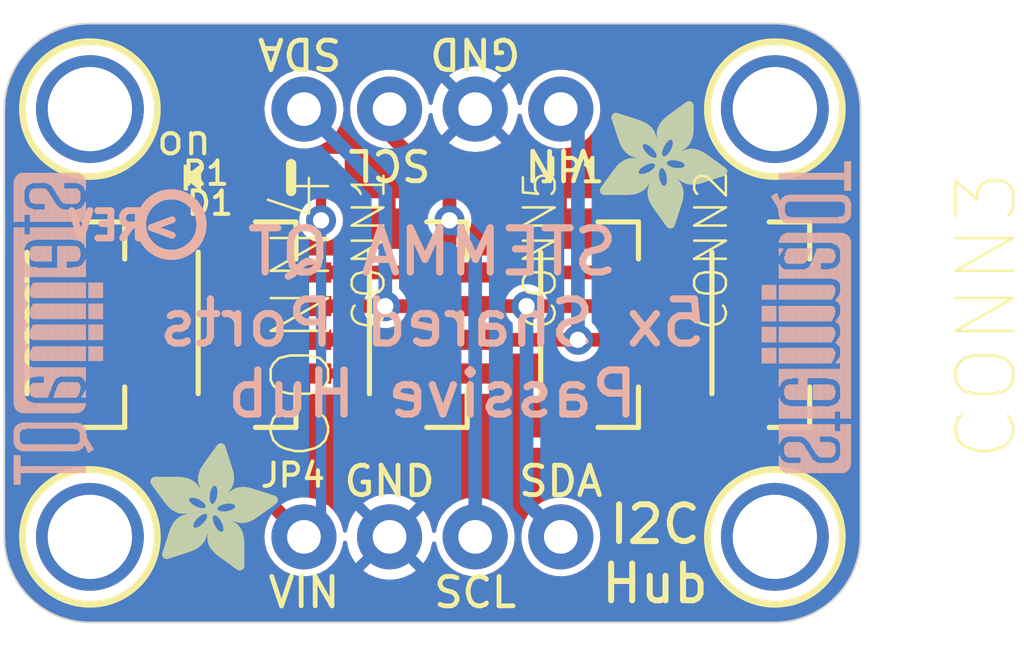
<source format=kicad_pcb>
(kicad_pcb (version 20211014) (generator pcbnew)
  (layers (0 "F.Cu" signal) (31 "B.Cu" signal) (34 "B.Paste" user) (35 "F.Paste" user) (36 "B.SilkS" user "B.Silkscreen") (37 "F.SilkS" user "F.Silkscreen") (38 "B.Mask" user) (39 "F.Mask" user) (44 "Edge.Cuts" user))
  (net 0 "")
  (net 1 "GND")
  (net 2 "SDA")
  (net 3 "SCL")
  (net 4 "VCC")
  (net 5 "N$1")
  (footprint "eagleBoard:JST_SH4_RA" (layer "F.Cu") (at 153.9621 105.0036 -90)
    (fp_text reference "CONN2" (at -4.6 -2.814 90) (layer "F.SilkS") (effects (font (size 0.941222 0.941222) (thickness 0.074778)) (justify right)))
    (fp_text value "STEMMA_I2C_QTRA")
    (pad "1" smd rect (at 1.5 -0.924 180) (size 1.55 0.6) (layers "F.Cu" "F.Paste" "F.Mask") (net 1 "GND"))
    (pad "2" smd rect (at 0.5 -0.924 180) (size 1.55 0.6) (layers "F.Cu" "F.Paste" "F.Mask") (net 4 "VCC"))
    (pad "3" smd rect (at -0.5 -0.924 180) (size 1.55 0.6) (layers "F.Cu" "F.Paste" "F.Mask") (net 2 "SDA"))
    (pad "4" smd rect (at -1.5 -0.924 180) (size 1.55 0.6) (layers "F.Cu" "F.Paste" "F.Mask") (net 3 "SCL"))
    (pad "MT1" smd rect (at -2.8 1.6242) (size 1.8 1.2) (layers "F.Cu" "F.Paste" "F.Mask") (net 1 "GND"))
    (pad "MT2" smd rect (at 2.8 1.6242) (size 1.8 1.2) (layers "F.Cu" "F.Paste" "F.Mask") (net 1 "GND"))
  )
  (footprint "eagleBoard:CHIPLED_0603_NOOUTLINE" (layer "F.Cu") (at 141.3891 100.6856 90)
    (fp_text reference "D1" (at -0.762 1.27) (layer "F.SilkS") (effects (font (size 0.692831 0.692831) (thickness 0.119969)) (justify right)))
    (fp_text value "GREEN")
    (pad "A" smd rect (at 0 0.75 90) (size 0.8 0.8) (layers "F.Cu" "F.Paste" "F.Mask") (net 5 "N$1"))
    (pad "C" smd rect (at 0 -0.75 90) (size 0.8 0.8) (layers "F.Cu" "F.Paste" "F.Mask") (net 1 "GND"))
  )
  (footprint "eagleBoard:FIDUCIAL_1MM" (layer "F.Cu") (at 140.8811 97.0026)
    (fp_text reference "FID4" hide)
    (fp_text value "FIDUCIAL_1MM" hide)
    (pad "1" smd roundrect (at 0 0) (size 1 1) (layers "F.Cu" "F.Mask") (roundrect_rratio 0.5))
  )
  (footprint "eagleBoard:MOUNTINGHOLE_2.5_PLATED" (layer "F.Cu") (at 158.6611 98.6536)
    (fp_text reference "U$17" hide)
    (fp_text value "MOUNTINGHOLE2.5" hide)
    (pad "P$1" thru_hole circle (at 0 0) (size 3.2 3.2) (drill 2.5) (layers *.Cu *.Mask))
    (zone (net 0) (net_name "") (layer "F.Cu") (connect_pads (clearance 0)) (min_thickness 0.254)
      (keepout (tracks not_allowed) (vias not_allowed) (pads not_allowed) (copperpour not_allowed) (footprints allowed))
      (fill (thermal_gap 0.508) (thermal_bridge_width 0.508))
      (polygon (pts (xy 160.6771 98.6536) (xy 160.646472 98.303525) (xy 160.55552 97.964087) (xy 160.407007 97.6456) (xy 160.205446 97.35774) (xy 159.95696 97.109254) (xy 159.6691 96.907693) (xy 159.350613 96.75918) (xy 159.011175 96.668228) (xy 158.6611 96.6376) (xy 158.311025 96.668228) (xy 157.971587 96.75918) (xy 157.6531 96.907693) (xy 157.36524 97.109254) (xy 157.116754 97.35774) (xy 156.915193 97.6456) (xy 156.76668 97.964087) (xy 156.675728 98.303525) (xy 156.6451 98.6536) (xy 156.675728 99.003675) (xy 156.76668 99.343113) (xy 156.915193 99.6616) (xy 157.116754 99.94946) (xy 157.36524 100.197946) (xy 157.6531 100.399507) (xy 157.971587 100.54802) (xy 158.311025 100.638972) (xy 158.6611 100.6696) (xy 159.011175 100.638972) (xy 159.350613 100.54802) (xy 159.6691 100.399507) (xy 159.95696 100.197946) (xy 160.205446 99.94946) (xy 160.407007 99.6616) (xy 160.55552 99.343113) (xy 160.646472 99.003675)))
      (polygon (pts (xy 158.6451 98.6536) (xy 158.645343 98.656378) (xy 158.646065 98.659072) (xy 158.647244 98.6616) (xy 158.648843 98.663885) (xy 158.650815 98.665857) (xy 158.6531 98.667456) (xy 158.655628 98.668635) (xy 158.658322 98.669357) (xy 158.6611 98.6696) (xy 158.663878 98.669357) (xy 158.666572 98.668635) (xy 158.6691 98.667456) (xy 158.671385 98.665857) (xy 158.673357 98.663885) (xy 158.674956 98.6616) (xy 158.676135 98.659072) (xy 158.676857 98.656378) (xy 158.6771 98.6536) (xy 158.676857 98.650822) (xy 158.676135 98.648128) (xy 158.674956 98.6456) (xy 158.673357 98.643315) (xy 158.671385 98.641343) (xy 158.6691 98.639744) (xy 158.666572 98.638565) (xy 158.663878 98.637843) (xy 158.6611 98.6376) (xy 158.658322 98.637843) (xy 158.655628 98.638565) (xy 158.6531 98.639744) (xy 158.650815 98.641343) (xy 158.648843 98.643315) (xy 158.647244 98.6456) (xy 158.646065 98.648128) (xy 158.645343 98.650822)))
    )
    (zone (net 0) (net_name "") (layer "B.Cu") (connect_pads (clearance 0)) (min_thickness 0.254)
      (keepout (tracks not_allowed) (vias not_allowed) (pads not_allowed) (copperpour not_allowed) (footprints allowed))
      (fill (thermal_gap 0.508) (thermal_bridge_width 0.508))
      (polygon (pts (xy 160.6771 98.6536) (xy 160.646472 98.303525) (xy 160.55552 97.964087) (xy 160.407007 97.6456) (xy 160.205446 97.35774) (xy 159.95696 97.109254) (xy 159.6691 96.907693) (xy 159.350613 96.75918) (xy 159.011175 96.668228) (xy 158.6611 96.6376) (xy 158.311025 96.668228) (xy 157.971587 96.75918) (xy 157.6531 96.907693) (xy 157.36524 97.109254) (xy 157.116754 97.35774) (xy 156.915193 97.6456) (xy 156.76668 97.964087) (xy 156.675728 98.303525) (xy 156.6451 98.6536) (xy 156.675728 99.003675) (xy 156.76668 99.343113) (xy 156.915193 99.6616) (xy 157.116754 99.94946) (xy 157.36524 100.197946) (xy 157.6531 100.399507) (xy 157.971587 100.54802) (xy 158.311025 100.638972) (xy 158.6611 100.6696) (xy 159.011175 100.638972) (xy 159.350613 100.54802) (xy 159.6691 100.399507) (xy 159.95696 100.197946) (xy 160.205446 99.94946) (xy 160.407007 99.6616) (xy 160.55552 99.343113) (xy 160.646472 99.003675)))
      (polygon (pts (xy 158.6451 98.6536) (xy 158.645343 98.656378) (xy 158.646065 98.659072) (xy 158.647244 98.6616) (xy 158.648843 98.663885) (xy 158.650815 98.665857) (xy 158.6531 98.667456) (xy 158.655628 98.668635) (xy 158.658322 98.669357) (xy 158.6611 98.6696) (xy 158.663878 98.669357) (xy 158.666572 98.668635) (xy 158.6691 98.667456) (xy 158.671385 98.665857) (xy 158.673357 98.663885) (xy 158.674956 98.6616) (xy 158.676135 98.659072) (xy 158.676857 98.656378) (xy 158.6771 98.6536) (xy 158.676857 98.650822) (xy 158.676135 98.648128) (xy 158.674956 98.6456) (xy 158.673357 98.643315) (xy 158.671385 98.641343) (xy 158.6691 98.639744) (xy 158.666572 98.638565) (xy 158.663878 98.637843) (xy 158.6611 98.6376) (xy 158.658322 98.637843) (xy 158.655628 98.638565) (xy 158.6531 98.639744) (xy 158.650815 98.641343) (xy 158.648843 98.643315) (xy 158.647244 98.6456) (xy 158.646065 98.648128) (xy 158.645343 98.650822)))
    )
  )
  (footprint "eagleBoard:JST_SH4_RA" (layer "F.Cu") (at 159.0421 105.0036 -90)
    (fp_text reference "CONN3" (at -4.6 -5.9 90) (layer "F.SilkS") (effects (font (size 1.703222 1.703222) (thickness 0.074778)) (justify right)))
    (fp_text value "STEMMA_I2C_QTRA" hide)
    (pad "1" smd rect (at 1.5 -0.924 180) (size 1.55 0.6) (layers "F.Cu" "F.Paste" "F.Mask") (net 1 "GND"))
    (pad "2" smd rect (at 0.5 -0.924 180) (size 1.55 0.6) (layers "F.Cu" "F.Paste" "F.Mask") (net 4 "VCC"))
    (pad "3" smd rect (at -0.5 -0.924 180) (size 1.55 0.6) (layers "F.Cu" "F.Paste" "F.Mask") (net 2 "SDA"))
    (pad "4" smd rect (at -1.5 -0.924 180) (size 1.55 0.6) (layers "F.Cu" "F.Paste" "F.Mask") (net 3 "SCL"))
    (pad "MT1" smd rect (at -2.8 1.6242) (size 1.8 1.2) (layers "F.Cu" "F.Paste" "F.Mask") (net 1 "GND"))
    (pad "MT2" smd rect (at 2.8 1.6242) (size 1.8 1.2) (layers "F.Cu" "F.Paste" "F.Mask") (net 1 "GND"))
  )
  (footprint "eagleBoard:ADAFRUIT_3.5MM" (layer "F.Cu") (at 153.4541 98.3996 -90)
    (fp_text reference "U$3" hide)
    (fp_text value "" hide)
  )
  (footprint "eagleBoard:MOUNTINGHOLE_2.5_PLATED" (layer "F.Cu") (at 158.6611 111.3536)
    (fp_text reference "U$21" hide)
    (fp_text value "MOUNTINGHOLE2.5" hide)
    (pad "P$1" thru_hole circle (at 0 0) (size 3.2 3.2) (drill 2.5) (layers *.Cu *.Mask))
    (zone (net 0) (net_name "") (layer "F.Cu") (connect_pads (clearance 0)) (min_thickness 0.254)
      (keepout (tracks not_allowed) (vias not_allowed) (pads not_allowed) (copperpour not_allowed) (footprints allowed))
      (fill (thermal_gap 0.508) (thermal_bridge_width 0.508))
      (polygon (pts (xy 160.6771 111.3536) (xy 160.646472 111.003525) (xy 160.55552 110.664087) (xy 160.407007 110.3456) (xy 160.205446 110.05774) (xy 159.95696 109.809254) (xy 159.6691 109.607693) (xy 159.350613 109.45918) (xy 159.011175 109.368228) (xy 158.6611 109.3376) (xy 158.311025 109.368228) (xy 157.971587 109.45918) (xy 157.6531 109.607693) (xy 157.36524 109.809254) (xy 157.116754 110.05774) (xy 156.915193 110.3456) (xy 156.76668 110.664087) (xy 156.675728 111.003525) (xy 156.6451 111.3536) (xy 156.675728 111.703675) (xy 156.76668 112.043113) (xy 156.915193 112.3616) (xy 157.116754 112.64946) (xy 157.36524 112.897946) (xy 157.6531 113.099507) (xy 157.971587 113.24802) (xy 158.311025 113.338972) (xy 158.6611 113.3696) (xy 159.011175 113.338972) (xy 159.350613 113.24802) (xy 159.6691 113.099507) (xy 159.95696 112.897946) (xy 160.205446 112.64946) (xy 160.407007 112.3616) (xy 160.55552 112.043113) (xy 160.646472 111.703675)))
      (polygon (pts (xy 158.6451 111.3536) (xy 158.645343 111.356378) (xy 158.646065 111.359072) (xy 158.647244 111.3616) (xy 158.648843 111.363885) (xy 158.650815 111.365857) (xy 158.6531 111.367456) (xy 158.655628 111.368635) (xy 158.658322 111.369357) (xy 158.6611 111.3696) (xy 158.663878 111.369357) (xy 158.666572 111.368635) (xy 158.6691 111.367456) (xy 158.671385 111.365857) (xy 158.673357 111.363885) (xy 158.674956 111.3616) (xy 158.676135 111.359072) (xy 158.676857 111.356378) (xy 158.6771 111.3536) (xy 158.676857 111.350822) (xy 158.676135 111.348128) (xy 158.674956 111.3456) (xy 158.673357 111.343315) (xy 158.671385 111.341343) (xy 158.6691 111.339744) (xy 158.666572 111.338565) (xy 158.663878 111.337843) (xy 158.6611 111.3376) (xy 158.658322 111.337843) (xy 158.655628 111.338565) (xy 158.6531 111.339744) (xy 158.650815 111.341343) (xy 158.648843 111.343315) (xy 158.647244 111.3456) (xy 158.646065 111.348128) (xy 158.645343 111.350822)))
    )
    (zone (net 0) (net_name "") (layer "B.Cu") (connect_pads (clearance 0)) (min_thickness 0.254)
      (keepout (tracks not_allowed) (vias not_allowed) (pads not_allowed) (copperpour not_allowed) (footprints allowed))
      (fill (thermal_gap 0.508) (thermal_bridge_width 0.508))
      (polygon (pts (xy 160.6771 111.3536) (xy 160.646472 111.003525) (xy 160.55552 110.664087) (xy 160.407007 110.3456) (xy 160.205446 110.05774) (xy 159.95696 109.809254) (xy 159.6691 109.607693) (xy 159.350613 109.45918) (xy 159.011175 109.368228) (xy 158.6611 109.3376) (xy 158.311025 109.368228) (xy 157.971587 109.45918) (xy 157.6531 109.607693) (xy 157.36524 109.809254) (xy 157.116754 110.05774) (xy 156.915193 110.3456) (xy 156.76668 110.664087) (xy 156.675728 111.003525) (xy 156.6451 111.3536) (xy 156.675728 111.703675) (xy 156.76668 112.043113) (xy 156.915193 112.3616) (xy 157.116754 112.64946) (xy 157.36524 112.897946) (xy 157.6531 113.099507) (xy 157.971587 113.24802) (xy 158.311025 113.338972) (xy 158.6611 113.3696) (xy 159.011175 113.338972) (xy 159.350613 113.24802) (xy 159.6691 113.099507) (xy 159.95696 112.897946) (xy 160.205446 112.64946) (xy 160.407007 112.3616) (xy 160.55552 112.043113) (xy 160.646472 111.703675)))
      (polygon (pts (xy 158.6451 111.3536) (xy 158.645343 111.356378) (xy 158.646065 111.359072) (xy 158.647244 111.3616) (xy 158.648843 111.363885) (xy 158.650815 111.365857) (xy 158.6531 111.367456) (xy 158.655628 111.368635) (xy 158.658322 111.369357) (xy 158.6611 111.3696) (xy 158.663878 111.369357) (xy 158.666572 111.368635) (xy 158.6691 111.367456) (xy 158.671385 111.365857) (xy 158.673357 111.363885) (xy 158.674956 111.3616) (xy 158.676135 111.359072) (xy 158.676857 111.356378) (xy 158.6771 111.3536) (xy 158.676857 111.350822) (xy 158.676135 111.348128) (xy 158.674956 111.3456) (xy 158.673357 111.343315) (xy 158.671385 111.341343) (xy 158.6691 111.339744) (xy 158.666572 111.338565) (xy 158.663878 111.337843) (xy 158.6611 111.3376) (xy 158.658322 111.337843) (xy 158.655628 111.338565) (xy 158.6531 111.339744) (xy 158.650815 111.341343) (xy 158.648843 111.343315) (xy 158.647244 111.3456) (xy 158.646065 111.348128) (xy 158.645343 111.350822)))
    )
  )
  (footprint "eagleBoard:1X04_ROUND_76" (layer "F.Cu") (at 148.5011 98.6536 180)
    (fp_text reference "JP1" (at -5.1562 -1.8288) (layer "F.SilkS") (effects (font (size 0.692831 0.692831) (thickness 0.119969)) (justify right)))
    (fp_text value "")
    (pad "1" thru_hole circle (at -3.81 0 270) (size 1.9304 1.9304) (drill 1) (layers *.Cu *.Mask) (net 4 "VCC"))
    (pad "2" thru_hole circle (at -1.27 0 270) (size 1.9304 1.9304) (drill 1) (layers *.Cu *.Mask) (net 1 "GND"))
    (pad "3" thru_hole circle (at 1.27 0 270) (size 1.9304 1.9304) (drill 1) (layers *.Cu *.Mask) (net 3 "SCL"))
    (pad "4" thru_hole circle (at 3.81 0 270) (size 1.9304 1.9304) (drill 1) (layers *.Cu *.Mask) (net 2 "SDA"))
  )
  (footprint "eagleBoard:JST_SH4_RA" (layer "F.Cu") (at 143.8021 105.0036 -90)
    (fp_text reference "CONN1" (at -4.6 -2.814 90) (layer "F.SilkS") (effects (font (size 0.941222 0.941222) (thickness 0.074778)) (justify right)))
    (fp_text value "STEMMA_I2C_QTRA")
    (pad "1" smd rect (at 1.5 -0.924 180) (size 1.55 0.6) (layers "F.Cu" "F.Paste" "F.Mask") (net 1 "GND"))
    (pad "2" smd rect (at 0.5 -0.924 180) (size 1.55 0.6) (layers "F.Cu" "F.Paste" "F.Mask") (net 4 "VCC"))
    (pad "3" smd rect (at -0.5 -0.924 180) (size 1.55 0.6) (layers "F.Cu" "F.Paste" "F.Mask") (net 2 "SDA"))
    (pad "4" smd rect (at -1.5 -0.924 180) (size 1.55 0.6) (layers "F.Cu" "F.Paste" "F.Mask") (net 3 "SCL"))
    (pad "MT1" smd rect (at -2.8 1.6242) (size 1.8 1.2) (layers "F.Cu" "F.Paste" "F.Mask") (net 1 "GND"))
    (pad "MT2" smd rect (at 2.8 1.6242) (size 1.8 1.2) (layers "F.Cu" "F.Paste" "F.Mask") (net 1 "GND"))
  )
  (footprint "eagleBoard:FIDUCIAL_1MM" (layer "F.Cu") (at 155.2321 109.0676)
    (fp_text reference "FID3" hide)
    (fp_text value "FIDUCIAL_1MM" hide)
    (pad "1" smd roundrect (at 0 0) (size 1 1) (layers "F.Cu" "F.Mask") (roundrect_rratio 0.5))
  )
  (footprint "eagleBoard:ADAFRUIT_3.5MM" (layer "F.Cu") (at 140.1191 112.3696)
    (fp_text reference "U$2" hide)
    (fp_text value "" hide)
  )
  (footprint "eagleBoard:MOUNTINGHOLE_2.5_PLATED" (layer "F.Cu") (at 138.3411 111.3536)
    (fp_text reference "U$19" hide)
    (fp_text value "MOUNTINGHOLE2.5" hide)
    (pad "P$1" thru_hole circle (at 0 0) (size 3.2 3.2) (drill 2.5) (layers *.Cu *.Mask))
    (zone (net 0) (net_name "") (layer "F.Cu") (connect_pads (clearance 0)) (min_thickness 0.254)
      (keepout (tracks not_allowed) (vias not_allowed) (pads not_allowed) (copperpour not_allowed) (footprints allowed))
      (fill (thermal_gap 0.508) (thermal_bridge_width 0.508))
      (polygon (pts (xy 140.3571 111.3536) (xy 140.326472 111.003525) (xy 140.23552 110.664087) (xy 140.087007 110.3456) (xy 139.885446 110.05774) (xy 139.63696 109.809254) (xy 139.3491 109.607693) (xy 139.030613 109.45918) (xy 138.691175 109.368228) (xy 138.3411 109.3376) (xy 137.991025 109.368228) (xy 137.651587 109.45918) (xy 137.3331 109.607693) (xy 137.04524 109.809254) (xy 136.796754 110.05774) (xy 136.595193 110.3456) (xy 136.44668 110.664087) (xy 136.355728 111.003525) (xy 136.3251 111.3536) (xy 136.355728 111.703675) (xy 136.44668 112.043113) (xy 136.595193 112.3616) (xy 136.796754 112.64946) (xy 137.04524 112.897946) (xy 137.3331 113.099507) (xy 137.651587 113.24802) (xy 137.991025 113.338972) (xy 138.3411 113.3696) (xy 138.691175 113.338972) (xy 139.030613 113.24802) (xy 139.3491 113.099507) (xy 139.63696 112.897946) (xy 139.885446 112.64946) (xy 140.087007 112.3616) (xy 140.23552 112.043113) (xy 140.326472 111.703675)))
      (polygon (pts (xy 138.3251 111.3536) (xy 138.325343 111.356378) (xy 138.326065 111.359072) (xy 138.327244 111.3616) (xy 138.328843 111.363885) (xy 138.330815 111.365857) (xy 138.3331 111.367456) (xy 138.335628 111.368635) (xy 138.338322 111.369357) (xy 138.3411 111.3696) (xy 138.343878 111.369357) (xy 138.346572 111.368635) (xy 138.3491 111.367456) (xy 138.351385 111.365857) (xy 138.353357 111.363885) (xy 138.354956 111.3616) (xy 138.356135 111.359072) (xy 138.356857 111.356378) (xy 138.3571 111.3536) (xy 138.356857 111.350822) (xy 138.356135 111.348128) (xy 138.354956 111.3456) (xy 138.353357 111.343315) (xy 138.351385 111.341343) (xy 138.3491 111.339744) (xy 138.346572 111.338565) (xy 138.343878 111.337843) (xy 138.3411 111.3376) (xy 138.338322 111.337843) (xy 138.335628 111.338565) (xy 138.3331 111.339744) (xy 138.330815 111.341343) (xy 138.328843 111.343315) (xy 138.327244 111.3456) (xy 138.326065 111.348128) (xy 138.325343 111.350822)))
    )
    (zone (net 0) (net_name "") (layer "B.Cu") (connect_pads (clearance 0)) (min_thickness 0.254)
      (keepout (tracks not_allowed) (vias not_allowed) (pads not_allowed) (copperpour not_allowed) (footprints allowed))
      (fill (thermal_gap 0.508) (thermal_bridge_width 0.508))
      (polygon (pts (xy 140.3571 111.3536) (xy 140.326472 111.003525) (xy 140.23552 110.664087) (xy 140.087007 110.3456) (xy 139.885446 110.05774) (xy 139.63696 109.809254) (xy 139.3491 109.607693) (xy 139.030613 109.45918) (xy 138.691175 109.368228) (xy 138.3411 109.3376) (xy 137.991025 109.368228) (xy 137.651587 109.45918) (xy 137.3331 109.607693) (xy 137.04524 109.809254) (xy 136.796754 110.05774) (xy 136.595193 110.3456) (xy 136.44668 110.664087) (xy 136.355728 111.003525) (xy 136.3251 111.3536) (xy 136.355728 111.703675) (xy 136.44668 112.043113) (xy 136.595193 112.3616) (xy 136.796754 112.64946) (xy 137.04524 112.897946) (xy 137.3331 113.099507) (xy 137.651587 113.24802) (xy 137.991025 113.338972) (xy 138.3411 113.3696) (xy 138.691175 113.338972) (xy 139.030613 113.24802) (xy 139.3491 113.099507) (xy 139.63696 112.897946) (xy 139.885446 112.64946) (xy 140.087007 112.3616) (xy 140.23552 112.043113) (xy 140.326472 111.703675)))
      (polygon (pts (xy 138.3251 111.3536) (xy 138.325343 111.356378) (xy 138.326065 111.359072) (xy 138.327244 111.3616) (xy 138.328843 111.363885) (xy 138.330815 111.365857) (xy 138.3331 111.367456) (xy 138.335628 111.368635) (xy 138.338322 111.369357) (xy 138.3411 111.3696) (xy 138.343878 111.369357) (xy 138.346572 111.368635) (xy 138.3491 111.367456) (xy 138.351385 111.365857) (xy 138.353357 111.363885) (xy 138.354956 111.3616) (xy 138.356135 111.359072) (xy 138.356857 111.356378) (xy 138.3571 111.3536) (xy 138.356857 111.350822) (xy 138.356135 111.348128) (xy 138.354956 111.3456) (xy 138.353357 111.343315) (xy 138.351385 111.341343) (xy 138.3491 111.339744) (xy 138.346572 111.338565) (xy 138.343878 111.337843) (xy 138.3411 111.3376) (xy 138.338322 111.337843) (xy 138.335628 111.338565) (xy 138.3331 111.339744) (xy 138.330815 111.341343) (xy 138.328843 111.343315) (xy 138.327244 111.3456) (xy 138.326065 111.348128) (xy 138.325343 111.350822)))
    )
  )
  (footprint "eagleBoard:0603-NO" (layer "F.Cu") (at 144.3101 100.6856 180)
    (fp_text reference "R1" (at 1.778 0.127) (layer "F.SilkS") (effects (font (size 0.692831 0.692831) (thickness 0.119969)) (justify right)))
    (fp_text value "10K")
    (pad "1" smd rect (at -0.85 0 180) (size 1.075 1) (layers "F.Cu" "F.Paste" "F.Mask") (net 4 "VCC"))
    (pad "2" smd rect (at 0.85 0 180) (size 1.075 1) (layers "F.Cu" "F.Paste" "F.Mask") (net 5 "N$1"))
  )
  (footprint "eagleBoard:JST_SH4_RA" (layer "F.Cu") (at 138.7221 105.0036 -90)
    (fp_text reference "CONN4" (at -4.6 -5.9 90) (layer "F.SilkS") (effects (font (size 1.703222 1.703222) (thickness 0.074778)) (justify right)))
    (fp_text value "STEMMA_I2C_QTRA" hide)
    (pad "1" smd rect (at 1.5 -0.924 180) (size 1.55 0.6) (layers "F.Cu" "F.Paste" "F.Mask") (net 1 "GND"))
    (pad "2" smd rect (at 0.5 -0.924 180) (size 1.55 0.6) (layers "F.Cu" "F.Paste" "F.Mask") (net 4 "VCC"))
    (pad "3" smd rect (at -0.5 -0.924 180) (size 1.55 0.6) (layers "F.Cu" "F.Paste" "F.Mask") (net 2 "SDA"))
    (pad "4" smd rect (at -1.5 -0.924 180) (size 1.55 0.6) (layers "F.Cu" "F.Paste" "F.Mask") (net 3 "SCL"))
    (pad "MT1" smd rect (at -2.8 1.6242) (size 1.8 1.2) (layers "F.Cu" "F.Paste" "F.Mask") (net 1 "GND"))
    (pad "MT2" smd rect (at 2.8 1.6242) (size 1.8 1.2) (layers "F.Cu" "F.Paste" "F.Mask") (net 1 "GND"))
  )
  (footprint "eagleBoard:JST_SH4_RA" (layer "F.Cu") (at 148.8821 105.0036 -90)
    (fp_text reference "CONN5" (at -4.6 -2.814 90) (layer "F.SilkS") (effects (font (size 0.941222 0.941222) (thickness 0.074778)) (justify right)))
    (fp_text value "STEMMA_I2C_QTRA")
    (pad "1" smd rect (at 1.5 -0.924 180) (size 1.55 0.6) (layers "F.Cu" "F.Paste" "F.Mask") (net 1 "GND"))
    (pad "2" smd rect (at 0.5 -0.924 180) (size 1.55 0.6) (layers "F.Cu" "F.Paste" "F.Mask") (net 4 "VCC"))
    (pad "3" smd rect (at -0.5 -0.924 180) (size 1.55 0.6) (layers "F.Cu" "F.Paste" "F.Mask") (net 2 "SDA"))
    (pad "4" smd rect (at -1.5 -0.924 180) (size 1.55 0.6) (layers "F.Cu" "F.Paste" "F.Mask") (net 3 "SCL"))
    (pad "MT1" smd rect (at -2.8 1.6242) (size 1.8 1.2) (layers "F.Cu" "F.Paste" "F.Mask") (net 1 "GND"))
    (pad "MT2" smd rect (at 2.8 1.6242) (size 1.8 1.2) (layers "F.Cu" "F.Paste" "F.Mask") (net 1 "GND"))
  )
  (footprint "eagleBoard:MOUNTINGHOLE_2.5_PLATED" (layer "F.Cu") (at 138.3411 98.6536)
    (fp_text reference "U$1" hide)
    (fp_text value "MOUNTINGHOLE2.5" hide)
    (pad "P$1" thru_hole circle (at 0 0) (size 3.2 3.2) (drill 2.5) (layers *.Cu *.Mask))
    (zone (net 0) (net_name "") (layer "F.Cu") (connect_pads (clearance 0)) (min_thickness 0.254)
      (keepout (tracks not_allowed) (vias not_allowed) (pads not_allowed) (copperpour not_allowed) (footprints allowed))
      (fill (thermal_gap 0.508) (thermal_bridge_width 0.508))
      (polygon (pts (xy 140.3571 98.6536) (xy 140.326472 98.303525) (xy 140.23552 97.964087) (xy 140.087007 97.6456) (xy 139.885446 97.35774) (xy 139.63696 97.109254) (xy 139.3491 96.907693) (xy 139.030613 96.75918) (xy 138.691175 96.668228) (xy 138.3411 96.6376) (xy 137.991025 96.668228) (xy 137.651587 96.75918) (xy 137.3331 96.907693) (xy 137.04524 97.109254) (xy 136.796754 97.35774) (xy 136.595193 97.6456) (xy 136.44668 97.964087) (xy 136.355728 98.303525) (xy 136.3251 98.6536) (xy 136.355728 99.003675) (xy 136.44668 99.343113) (xy 136.595193 99.6616) (xy 136.796754 99.94946) (xy 137.04524 100.197946) (xy 137.3331 100.399507) (xy 137.651587 100.54802) (xy 137.991025 100.638972) (xy 138.3411 100.6696) (xy 138.691175 100.638972) (xy 139.030613 100.54802) (xy 139.3491 100.399507) (xy 139.63696 100.197946) (xy 139.885446 99.94946) (xy 140.087007 99.6616) (xy 140.23552 99.343113) (xy 140.326472 99.003675)))
      (polygon (pts (xy 138.3251 98.6536) (xy 138.325343 98.656378) (xy 138.326065 98.659072) (xy 138.327244 98.6616) (xy 138.328843 98.663885) (xy 138.330815 98.665857) (xy 138.3331 98.667456) (xy 138.335628 98.668635) (xy 138.338322 98.669357) (xy 138.3411 98.6696) (xy 138.343878 98.669357) (xy 138.346572 98.668635) (xy 138.3491 98.667456) (xy 138.351385 98.665857) (xy 138.353357 98.663885) (xy 138.354956 98.6616) (xy 138.356135 98.659072) (xy 138.356857 98.656378) (xy 138.3571 98.6536) (xy 138.356857 98.650822) (xy 138.356135 98.648128) (xy 138.354956 98.6456) (xy 138.353357 98.643315) (xy 138.351385 98.641343) (xy 138.3491 98.639744) (xy 138.346572 98.638565) (xy 138.343878 98.637843) (xy 138.3411 98.6376) (xy 138.338322 98.637843) (xy 138.335628 98.638565) (xy 138.3331 98.639744) (xy 138.330815 98.641343) (xy 138.328843 98.643315) (xy 138.327244 98.6456) (xy 138.326065 98.648128) (xy 138.325343 98.650822)))
    )
    (zone (net 0) (net_name "") (layer "B.Cu") (connect_pads (clearance 0)) (min_thickness 0.254)
      (keepout (tracks not_allowed) (vias not_allowed) (pads not_allowed) (copperpour not_allowed) (footprints allowed))
      (fill (thermal_gap 0.508) (thermal_bridge_width 0.508))
      (polygon (pts (xy 140.3571 98.6536) (xy 140.326472 98.303525) (xy 140.23552 97.964087) (xy 140.087007 97.6456) (xy 139.885446 97.35774) (xy 139.63696 97.109254) (xy 139.3491 96.907693) (xy 139.030613 96.75918) (xy 138.691175 96.668228) (xy 138.3411 96.6376) (xy 137.991025 96.668228) (xy 137.651587 96.75918) (xy 137.3331 96.907693) (xy 137.04524 97.109254) (xy 136.796754 97.35774) (xy 136.595193 97.6456) (xy 136.44668 97.964087) (xy 136.355728 98.303525) (xy 136.3251 98.6536) (xy 136.355728 99.003675) (xy 136.44668 99.343113) (xy 136.595193 99.6616) (xy 136.796754 99.94946) (xy 137.04524 100.197946) (xy 137.3331 100.399507) (xy 137.651587 100.54802) (xy 137.991025 100.638972) (xy 138.3411 100.6696) (xy 138.691175 100.638972) (xy 139.030613 100.54802) (xy 139.3491 100.399507) (xy 139.63696 100.197946) (xy 139.885446 99.94946) (xy 140.087007 99.6616) (xy 140.23552 99.343113) (xy 140.326472 99.003675)))
      (polygon (pts (xy 138.3251 98.6536) (xy 138.325343 98.656378) (xy 138.326065 98.659072) (xy 138.327244 98.6616) (xy 138.328843 98.663885) (xy 138.330815 98.665857) (xy 138.3331 98.667456) (xy 138.335628 98.668635) (xy 138.338322 98.669357) (xy 138.3411 98.6696) (xy 138.343878 98.669357) (xy 138.346572 98.668635) (xy 138.3491 98.667456) (xy 138.351385 98.665857) (xy 138.353357 98.663885) (xy 138.354956 98.6616) (xy 138.356135 98.659072) (xy 138.356857 98.656378) (xy 138.3571 98.6536) (xy 138.356857 98.650822) (xy 138.356135 98.648128) (xy 138.354956 98.6456) (xy 138.353357 98.643315) (xy 138.351385 98.641343) (xy 138.3491 98.639744) (xy 138.346572 98.638565) (xy 138.343878 98.637843) (xy 138.3411 98.6376) (xy 138.338322 98.637843) (xy 138.335628 98.638565) (xy 138.3331 98.639744) (xy 138.330815 98.641343) (xy 138.328843 98.643315) (xy 138.327244 98.6456) (xy 138.326065 98.648128) (xy 138.325343 98.650822)))
    )
  )
  (footprint "eagleBoard:1X04_ROUND_76" (layer "F.Cu") (at 148.5011 111.3536)
    (fp_text reference "JP4" (at -5.1562 -1.8288) (layer "F.SilkS") (effects (font (size 0.692831 0.692831) (thickness 0.119969)) (justify left)))
    (fp_text value "")
    (pad "1" thru_hole circle (at -3.81 0 90) (size 1.9304 1.9304) (drill 1) (layers *.Cu *.Mask) (net 4 "VCC"))
    (pad "2" thru_hole circle (at -1.27 0 90) (size 1.9304 1.9304) (drill 1) (layers *.Cu *.Mask) (net 1 "GND"))
    (pad "3" thru_hole circle (at 1.27 0 90) (size 1.9304 1.9304) (drill 1) (layers *.Cu *.Mask) (net 3 "SCL"))
    (pad "4" thru_hole circle (at 3.81 0 90) (size 1.9304 1.9304) (drill 1) (layers *.Cu *.Mask) (net 2 "SDA"))
  )
  (footprint "eagleBoard:STEMMAQT" (layer "B.Cu") (at 158.2801 109.4486 90)
    (fp_text reference "U$30" hide)
    (fp_text value "" hide)
  )
  (footprint "eagleBoard:PCBFEAT-REV-040" (layer "B.Cu") (at 140.7541 102.0826 180)
    (fp_text reference "U$25" hide)
    (fp_text value "" hide)
    (fp_text user ">REV" (at -0.3556 -0.508) (layer "B.SilkS") (effects (font (size 0.8128 0.8128) (thickness 0.2032)) (justify left bottom mirror)))
  )
  (footprint "eagleBoard:STEMMAQT" (layer "B.Cu") (at 138.7221 100.5586 -90)
    (fp_text reference "U$31" hide)
    (fp_text value "" hide)
  )
  (gr_arc (start 161.2011 111.3536) (mid 160.457151 113.149651) (end 158.6611 113.8936) (layer "Edge.Cuts") (width 0.05))
  (gr_line (start 138.3411 113.8936) (end 158.6611 113.8936) (layer "Edge.Cuts") (width 0.05))
  (gr_arc (start 138.3411 113.8936) (mid 136.545049 113.149651) (end 135.8011 111.3536) (layer "Edge.Cuts") (width 0.05))
  (gr_arc (start 158.6611 96.1136) (mid 160.457151 96.857549) (end 161.2011 98.6536) (layer "Edge.Cuts") (width 0.05))
  (gr_line (start 135.8011 98.6536) (end 135.8011 111.3536) (layer "Edge.Cuts") (width 0.05))
  (gr_line (start 158.6611 96.1136) (end 138.3411 96.1136) (layer "Edge.Cuts") (width 0.05))
  (gr_line (start 161.2011 111.3536) (end 161.2011 98.6536) (layer "Edge.Cuts") (width 0.05))
  (gr_arc (start 135.8011 98.6536) (mid 136.545049 96.857549) (end 138.3411 96.1136) (layer "Edge.Cuts") (width 0.05))
  (gr_text "STEMMA QT\n5x Shared Ports\nPassive Hub" (at 148.5011 105.0036) (layer "B.SilkS") (effects (font (size 1.31064 1.31064) (thickness 0.21336)) (justify mirror)))
  (gr_text "SDA" (at 144.5641 97.0026 180) (layer "F.SilkS") (effects (font (size 0.87376 0.87376) (thickness 0.14224))))
  (gr_text "SDA" (at 152.3111 109.7026) (layer "F.SilkS") (effects (font (size 0.87376 0.87376) (thickness 0.14224))))
  (gr_text "on" (at 142.0241 99.0346) (layer "F.SilkS") (effects (font (size 0.89408 0.89408) (thickness 0.12192)) (justify right top)))
  (gr_text "VIN" (at 144.6911 113.0046) (layer "F.SilkS") (effects (font (size 0.87376 0.87376) (thickness 0.14224))))
  (gr_text "SCL" (at 147.2311 100.3046 180) (layer "F.SilkS") (effects (font (size 0.87376 0.87376) (thickness 0.14224))))
  (gr_text "I2C\nHub" (at 155.1051 111.8616) (layer "F.SilkS") (effects (font (size 1.0922 1.0922) (thickness 0.1778))))
  (gr_text "VIN" (at 152.3111 100.3046 180) (layer "F.SilkS") (effects (font (size 0.87376 0.87376) (thickness 0.14224))))
  (gr_text "GND" (at 147.2311 109.7026) (layer "F.SilkS") (effects (font (size 0.87376 0.87376) (thickness 0.14224))))
  (gr_text "SCL" (at 149.7711 113.0046) (layer "F.SilkS") (effects (font (size 0.87376 0.87376) (thickness 0.14224))))
  (gr_text "GND" (at 149.7711 97.0026 180) (layer "F.SilkS") (effects (font (size 0.87376 0.87376) (thickness 0.14224))))
  (segment (start 139.6461 104.5036) (end 144.7261 104.5036) (width 0.4064) (layer "F.Cu") (net 2))
  (segment (start 159.9661 104.5036) (end 154.8861 104.5036) (width 0.4064) (layer "F.Cu") (net 2))
  (segment (start 154.8861 104.5036) (end 151.2951 104.5036) (width 0.4064) (layer "F.Cu") (net 2))
  (segment (start 144.7261 104.5036) (end 147.1041 104.5036) (width 0.4064) (layer "F.Cu") (net 2))
  (segment (start 149.8061 104.5036) (end 147.1041 104.5036) (width 0.4064) (layer "F.Cu") (net 2))
  (segment (start 151.2951 104.5036) (end 149.8061 104.5036) (width 0.4064) (layer "F.Cu") (net 2))
  (via (at 151.2951 104.5036) (size 0.889) (drill 0.4826) (layers "F.Cu" "B.Cu") (net 2))
  (via (at 147.1041 104.5036) (size 0.889) (drill 0.4826) (layers "F.Cu" "B.Cu") (net 2))
  (segment (start 151.2951 104.5036) (end 151.2951 110.3376) (width 0.4064) (layer "B.Cu") (net 2))
  (segment (start 152.3111 111.3536) (end 151.2951 110.3376) (width 0.4064) (layer "B.Cu") (net 2))
  (segment (start 144.6911 98.6536) (end 147.1041 101.0666) (width 0.4064) (layer "B.Cu") (net 2))
  (segment (start 147.1041 101.0666) (end 147.1041 104.5036) (width 0.4064) (layer "B.Cu") (net 2))
  (segment (start 149.0091 101.1936) (end 149.0091 101.9556) (width 0.4064) (layer "F.Cu") (net 3))
  (segment (start 147.2311 99.4156) (end 149.0091 101.1936) (width 0.4064) (layer "F.Cu") (net 3))
  (segment (start 149.0091 103.5036) (end 149.8061 103.5036) (width 0.4064) (layer "F.Cu") (net 3))
  (segment (start 144.7261 103.5036) (end 149.0091 103.5036) (width 0.4064) (layer "F.Cu") (net 3))
  (segment (start 147.2311 98.6536) (end 147.2311 99.4156) (width 0.4064) (layer "F.Cu") (net 3))
  (segment (start 149.0091 101.9556) (end 149.0091 103.5036) (width 0.4064) (layer "F.Cu") (net 3))
  (segment (start 149.8061 103.5036) (end 154.8861 103.5036) (width 0.4064) (layer "F.Cu") (net 3))
  (segment (start 139.6461 103.5036) (end 144.7261 103.5036) (width 0.4064) (layer "F.Cu") (net 3))
  (segment (start 154.8861 103.5036) (end 159.9661 103.5036) (width 0.4064) (layer "F.Cu") (net 3))
  (via (at 149.0091 101.9556) (size 0.889) (drill 0.4826) (layers "F.Cu" "B.Cu") (net 3))
  (segment (start 149.7711 102.7176) (end 149.0091 101.9556) (width 0.4064) (layer "B.Cu") (net 3))
  (segment (start 149.7711 111.3536) (end 149.7711 102.7176) (width 0.4064) (layer "B.Cu") (net 3))
  (segment (start 150.2711 105.5036) (end 150.2791 105.5116) (width 0.4064) (layer "F.Cu") (net 4))
  (segment (start 154.8861 105.5036) (end 159.9661 105.5036) (width 0.4064) (layer "F.Cu") (net 4))
  (segment (start 145.1991 100.7246) (end 145.1991 101.9556) (width 0.3048) (layer "F.Cu") (net 4))
  (segment (start 143.4843 110.1468) (end 144.6911 111.3536) (width 0.4064) (layer "F.Cu") (net 4))
  (segment (start 143.1671 105.5036) (end 143.4843 105.8208) (width 0.4064) (layer "F.Cu") (net 4))
  (segment (start 143.1671 105.5036) (end 144.7261 105.5036) (width 0.4064) (layer "F.Cu") (net 4))
  (segment (start 143.4843 105.8208) (end 143.4843 110.1468) (width 0.4064) (layer "F.Cu") (net 4))
  (segment (start 139.6461 105.5036) (end 143.1671 105.5036) (width 0.4064) (layer "F.Cu") (net 4))
  (segment (start 149.8061 105.5036) (end 150.2711 105.5036) (width 0.4064) (layer "F.Cu") (net 4))
  (segment (start 149.8061 105.5036) (end 152.8191 105.5036) (width 0.4064) (layer "F.Cu") (net 4))
  (segment (start 152.8191 105.5036) (end 154.8861 105.5036) (width 0.4064) (layer "F.Cu") (net 4))
  (segment (start 145.1991 100.7246) (end 145.1601 100.6856) (width 0.3048) (layer "F.Cu") (net 4))
  (segment (start 144.7261 105.5036) (end 149.8061 105.5036) (width 0.4064) (layer "F.Cu") (net 4))
  (via (at 145.1991 101.9556) (size 0.889) (drill 0.4826) (layers "F.Cu" "B.Cu") (net 4))
  (via (at 152.8191 105.5036) (size 0.889) (drill 0.4826) (layers "F.Cu" "B.Cu") (net 4))
  (segment (start 152.3111 98.6536) (end 152.8191 99.1616) (width 0.4064) (layer "B.Cu") (net 4))
  (segment (start 145.1991 101.9556) (end 145.1991 110.8456) (width 0.3048) (layer "B.Cu") (net 4))
  (segment (start 152.8191 99.1616) (end 152.8191 105.5036) (width 0.4064) (layer "B.Cu") (net 4))
  (segment (start 144.6911 111.3536) (end 145.1991 110.8456) (width 0.3048) (layer "B.Cu") (net 4))
  (segment (start 143.4601 100.6856) (end 142.1391 100.6856) (width 0.254) (layer "F.Cu") (net 5))
  (zone (net 1) (net_name "GND") (layer "F.Cu") (priority 6) (connect_pads (clearance 0.000001)) (min_thickness 0.127) (fill yes (thermal_gap 0.304) (thermal_bridge_width 0.304))
    (polygon (pts (xy 161.3281 114.0206) (xy 135.6741 114.0206) (xy 135.6741 95.9866) (xy 161.3281 95.9866)))
  )
  (zone (net 1) (net_name "GND") (layer "B.Cu") (priority 6) (connect_pads (clearance 0.000001)) (min_thickness 0.127) (fill yes (thermal_gap 0.304) (thermal_bridge_width 0.304))
    (polygon (pts (xy 161.3281 114.0206) (xy 135.6741 114.0206) (xy 135.6741 95.9866) (xy 161.3281 95.9866)))
  )
)
</source>
